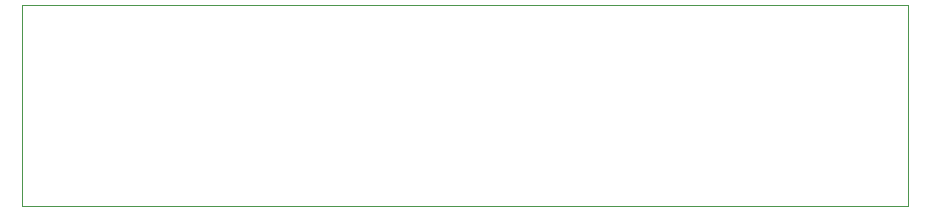
<source format=gbr>
G04 #@! TF.GenerationSoftware,KiCad,Pcbnew,(5.1.5-0-10_14)*
G04 #@! TF.CreationDate,2020-06-18T21:35:01+02:00*
G04 #@! TF.ProjectId,rover2,726f7665-7232-42e6-9b69-6361645f7063,rev?*
G04 #@! TF.SameCoordinates,Original*
G04 #@! TF.FileFunction,Profile,NP*
%FSLAX46Y46*%
G04 Gerber Fmt 4.6, Leading zero omitted, Abs format (unit mm)*
G04 Created by KiCad (PCBNEW (5.1.5-0-10_14)) date 2020-06-18 21:35:01*
%MOMM*%
%LPD*%
G04 APERTURE LIST*
%ADD10C,0.050000*%
G04 APERTURE END LIST*
D10*
X0Y0D02*
X0Y-17000000D01*
X75000000Y-17000000D02*
X75000000Y0D01*
X0Y-17000000D02*
X75000000Y-17000000D01*
X0Y0D02*
X75000000Y0D01*
M02*

</source>
